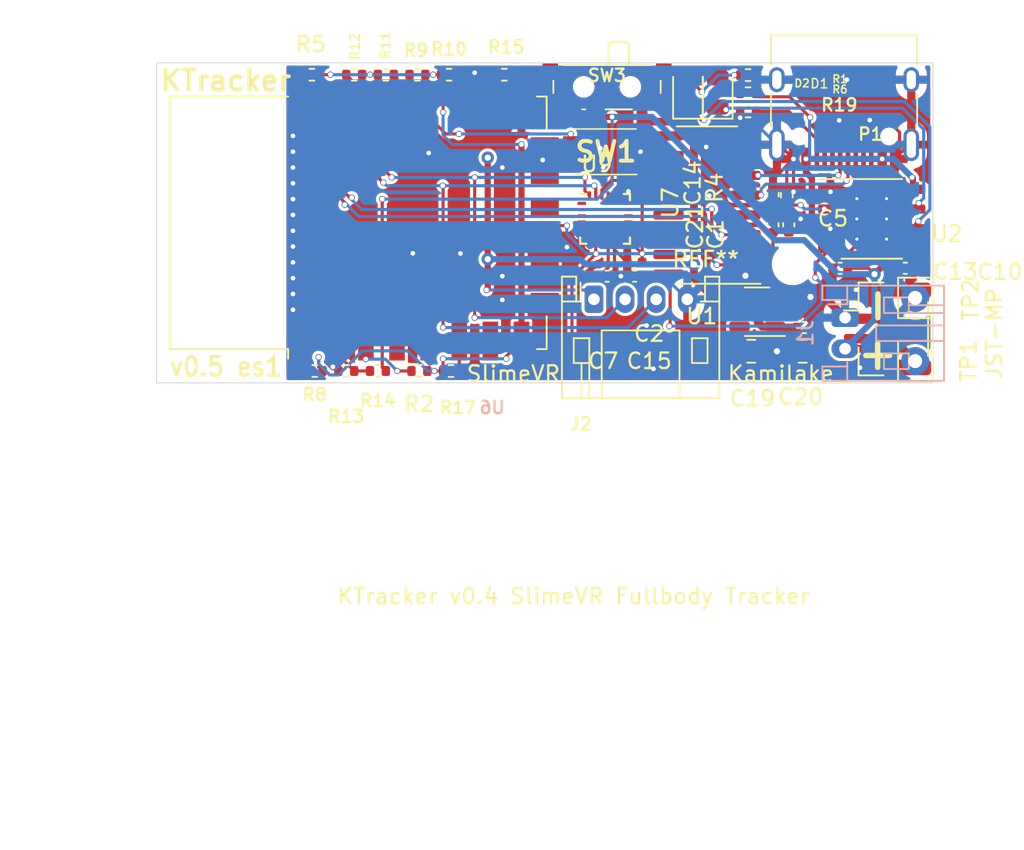
<source format=kicad_pcb>
(kicad_pcb (version 20211014) (generator pcbnew)
  (layers (0 "F.Cu" signal) (31 "B.Cu" signal) (34 "B.Paste" user) (35 "F.Paste" user) (36 "B.SilkS" user "B.Silkscreen") (37 "F.SilkS" user "F.Silkscreen") (38 "B.Mask" user) (39 "F.Mask" user) (44 "Edge.Cuts" user))
  (net 0 "")
  (net 1 "GND")
  (net 2 "Net-(D1-Pad1)")
  (net 3 "Net-(D1-Pad2)")
  (net 4 "Net-(D2-Pad1)")
  (net 5 "Net-(R2-Pad2)")
  (net 6 "Net-(D2-Pad2)")
  (net 7 "Net-(R4-Pad1)")
  (net 13 "+3V3")
  (net 14 "Net-(R8-Pad2)")
  (net 16 "BATT+")
  (net 17 "Net-(R9-Pad2)")
  (net 18 "Net-(R10-Pad2)")
  (net 19 "Net-(R15-Pad1)")
  (net 20 "Net-(C7-Pad1)")
  (net 21 "UART_ESP+")
  (net 22 "UART_ESP-")
  (net 23 "Net-(R17-Pad2)")
  (net 33 "SDA")
  (net 34 "SCL")
  (net 35 "ADC")
  (net 36 "AUX_SDA")
  (net 37 "AUX_SCL")
  (net 38 "VBUS")
  (net 39 "Net-(P1-PadA5)")
  (net 40 "Net-(P1-PadA7)")
  (net 42 "Net-(P1-PadA6)")
  (net 47 "Net-(C14-Pad1)")
  (net 48 "VBAT")
  (footprint "LED_SMD:LED_0805_2012Metric" (layer "F.Cu") (at 124.333 57.658 90)
    (fp_text reference "D2")
    (fp_text value "LED_STDBY")
  )
  (footprint "Button_Switch_SMD:SW_SPDT_PCM12" (layer "F.Cu") (at 119.126 57.625 180)
    (fp_text reference "SW3")
    (fp_text value "SW_SPDT MAIN POWER")
  )
  (footprint "LED_SMD:LED_0805_2012Metric" (layer "F.Cu") (at 126.238 57.658 90)
    (fp_text reference "D1")
    (fp_text value "LED_CHRG")
  )
  (footprint "Resistor_SMD:R_0402_1005Metric" (layer "F.Cu") (at 128.1938 56.5404 180)
    (fp_text reference "R1")
    (fp_text value "470R")
  )
  (footprint "Resistor_SMD:R_0402_1005Metric" (layer "F.Cu") (at 128.1918 57.7088 180)
    (fp_text reference "R6")
    (fp_text value "470R")
  )
  (footprint "Resistor_SMD:R_0402_1005Metric" (layer "F.Cu") (at 100.33 75.565 180)
    (fp_text reference "R8")
    (fp_text value "10K")
  )
  (footprint "Resistor_SMD:R_0402_1005Metric" (layer "F.Cu") (at 106.934 56.515 180)
    (fp_text reference "R9")
    (fp_text value "10K")
  )
  (footprint "Resistor_SMD:R_0402_1005Metric" (layer "F.Cu") (at 108.966 56.515)
    (fp_text reference "R10")
    (fp_text value "10K")
  )
  (footprint "Resistor_SMD:R_0402_1005Metric" (layer "F.Cu") (at 104.394 75.565 180)
    (fp_text reference "R13")
    (fp_text value "47K")
  )
  (footprint "Resistor_SMD:R_0402_1005Metric" (layer "F.Cu") (at 102.362 75.565)
    (fp_text reference "R14")
    (fp_text value "12K")
  )
  (footprint "Resistor_SMD:R_0402_1005Metric" (layer "F.Cu") (at 112.522 56.515)
    (fp_text reference "R15")
    (fp_text value "10k")
  )
  (footprint "Resistor_SMD:R_0402_1005Metric" (layer "F.Cu") (at 109.093 75.565)
    (fp_text reference "R17")
    (fp_text value "10K")
  )
  (footprint "Package_SO:SOIC-16_3.9x9.9mm_P1.27mm" (layer "F.Cu") (at 125.5522 64.897 180)
    (fp_text reference "U7")
    (fp_text value "CH340C")
  )
  (footprint "Connector_JST:JST_PH_S4B-PH-K_1x04_P2.00mm_Horizontal" (layer "F.Cu") (at 118.285 70.956)
    (fp_text reference "J2")
    (fp_text value "Conn_01x04_Female")
  )
  (footprint "Connector_USB:USB_C_Receptacle_HRO_TYPE-C-31-M-12" (layer "F.Cu") (at 134.366 57.8866 180)
    (fp_text reference "P1")
    (fp_text value "USB_C_Plug_USB2.0")
  )
  (footprint "Resistor_SMD:R_0402_1005Metric" (layer "F.Cu") (at 128.1938 58.8772 180)
    (fp_text reference "R19")
    (fp_text value "5.1K")
  )
  (footprint "Resistor_SMD:R_0402_1005Metric" (layer "F.Cu") (at 102.87 56.515 180)
    (fp_text reference "R12")
    (fp_text value "2.2K")
  )
  (footprint "Package_SO:HSOP-8-1EP_3.9x4.9mm_P1.27mm_EP2.41x3.1mm_ThermalVias" (layer "F.Cu") (at 136.144 65.786)
    (fp_text reference "U2")
    (fp_text value "TP4056")
  )
  (footprint "Resistor_SMD:R_0402_1005Metric" (layer "F.Cu") (at 100.1502 56.515 180)
    (fp_text reference "R5")
    (fp_text value "10K")
  )
  (footprint "RF_Module:ESP-12E" (layer "F.Cu") (at 103.124 66.04 90)
    (fp_text reference "U6")
    (fp_text value "ESP-12F")
  )
  (footprint "Resistor_SMD:R_0402_1005Metric" (layer "F.Cu") (at 104.902 56.515)
    (fp_text reference "R11")
    (fp_text value "2.2K")
  )
  (footprint "Capacitor_SMD:C_0805_2012Metric" (layer "F.Cu") (at 128.397 74.295)
    (fp_text reference "C19")
    (fp_text value "47uF")
  )
  (footprint "Capacitor_SMD:C_0805_2012Metric" (layer "F.Cu") (at 131.699 74.295 180)
    (fp_text reference "C20")
    (fp_text value "47uF")
  )
  (footprint "Capacitor_SMD:C_0402_1005Metric" (layer "F.Cu") (at 129.794 66.167 90)
    (fp_text reference "C21")
    (fp_text value "0.1uF")
  )
  (footprint "Capacitor_SMD:C_0402_1005Metric" (layer "F.Cu") (at 130.81 66.167 90)
    (fp_text reference "C1")
    (fp_text value "10uF")
  )
  (footprint "Capacitor_SMD:C_0402_1005Metric" (layer "F.Cu") (at 120.904 68.58)
    (fp_text reference "C2")
    (fp_text value "0.1uF")
  )
  (footprint "MountingHole:MountingHole_2.2mm_M2_DIN965" (layer "F.Cu") (at 131.064 68.707)
    (fp_text reference "REF**")
    (fp_text value "MountingHole_2.2mm_M2_DIN965")
  )
  (footprint "Capacitor_SMD:C_0402_1005Metric" (layer "F.Cu") (at 134.112 68.961 180)
    (fp_text reference "C13")
    (fp_text value "10uF")
  )
  (footprint "Capacitor_SMD:C_0402_1005Metric" (layer "F.Cu") (at 119.126 69.469)
    (fp_text reference "C7")
    (fp_text value "0.1uF")
  )
  (footprint "Package_TO_SOT_SMD:SOT-23-5" (layer "F.Cu") (at 128.778 71.755 180)
    (fp_text reference "U1")
    (fp_text value "ME6211C")
  )
  (footprint "Sensor_Motion:InvenSense_QFN-24_3x3mm_P0.4mm" (layer "F.Cu") (at 118.999 65.786)
    (fp_text reference "U9")
    (fp_text value "MPU-9250")
  )
  (footprint "Connector_JST:JST_GH_BM02B-GHS-TBT_1x02-1MP_P1.25mm_Vertical" (layer "F.Cu") (at 137.157 72.8614 -90)
    (fp_text reference "JST-MP")
    (fp_text value "JST_GH_BM02B-GHS-TBT_1x02-1MP_P1.25mm_Vertical")
  )
  (footprint "Capacitor_SMD:C_0402_1005Metric" (layer "F.Cu") (at 120.904 69.469)
    (fp_text reference "C15")
    (fp_text value "0.1uF")
  )
  (footprint "Resistor_SMD:R_0402_1005Metric" (layer "F.Cu") (at 130.683 64.262 90)
    (fp_text reference "R4")
    (fp_text value "2.4K")
  )
  (footprint "Resistor_SMD:R_0402_1005Metric" (layer "F.Cu") (at 107.061 75.565 180)
    (fp_text reference "R2")
    (fp_text value "10K")
  )
  (footprint "Capacitor_SMD:C_0402_1005Metric" (layer "F.Cu") (at 129.794 64.234 90)
    (fp_text reference "C14")
    (fp_text value "0.1uF")
  )
  (footprint "Capacitor_SMD:C_0402_1005Metric" (layer "F.Cu") (at 138.303 68.961)
    (fp_text reference "C10")
    (fp_text value "10uF")
  )
  (footprint "Capacitor_SMD:C_0402_1005Metric" (layer "F.Cu") (at 131.81 72.77)
    (fp_text reference "C5")
    (fp_text value "10uF")
  )
  (footprint "Connector_Pin:Pin_D0.9mm_L10.0mm_W2.4mm_FlatFork" (layer "F.Cu") (at 138.938 70.866 -90)
    (fp_text reference "TP2")
    (fp_text value "Batt-")
  )
  (footprint "Connector_Pin:Pin_D0.9mm_L10.0mm_W2.4mm_FlatFork" (layer "F.Cu") (at 138.938 74.93 -90)
    (fp_text reference "TP1")
    (fp_text value "Batt+")
  )
  (footprint "mod_legacy:TS-1088R" (layer "F.Cu") (at 119.0498 61.468)
    (fp_text reference "SW1")
    (fp_text value "Option/FLASH Switch" hide)
  )
  (footprint "Connector_JST:JST_PH_S2B-PH-K_1x02_P2.00mm_Horizontal" (layer "B.Cu") (at 134.4306 72.136 -90)
    (fp_text reference "J1")
    (fp_text value "Conn_01x02_Female")
  )
  (gr_line (start 90.17 55.753) (end 140.081 55.753) (layer "Edge.Cuts") (width 0.05))
  (gr_line (start 140.081 55.753) (end 140.081 76.327) (layer "Edge.Cuts") (width 0.05))
  (gr_line (start 140.081 76.327) (end 90.17 76.327) (layer "Edge.Cuts") (width 0.05))
  (gr_line (start 90.17 76.327) (end 90.17 55.753) (layer "Edge.Cuts") (width 0.05))
  (gr_text "KTracker v0.4 SlimeVR Fullbody Tracker" (at 116.967 90.043) (layer "F.SilkS") (effects (font (size 1 1))))
  (gr_text "v0.5 es1" (at 94.615 75.2856) (layer "F.SilkS") (effects (font (size 1.2 1.1) (thickness 0.2))))
  (gr_text "-" (at 136.398 71.374 90) (layer "F.SilkS") (effects (font (size 2 2) (thickness 0.35))))
  (gr_text "Kamilake_" (at 130.683 75.7428) (layer "F.SilkS") (effects (font (size 1 1))))
  (gr_text "SlimeVR" (at 113.1062 75.7428) (layer "F.SilkS") (effects (font (size 1 1))))
  (gr_text "KTracker" (at 94.615 56.896) (layer "F.SilkS") (effects (font (size 1.3 1.3) (thickness 0.25))))
  (gr_text "+" (at 136.525 74.422) (layer "F.SilkS") (effects (font (size 2 2) (thickness 0.35))))
  (segment (start 127.6838 58.8772) (end 127.6838 59.2816) (width 0.5) (layer "F.Cu") (net 1))
  (segment (start 138.938 70.866) (end 137.668 72.136) (width 0.5) (layer "F.Cu") (net 1))
  (segment (start 101.501784 75.289502) (end 101.576502 75.289502) (width 0.2) (layer "F.Cu") (net 1))
  (segment (start 132.207 70.805) (end 133.0996 70.805) (width 0.5) (layer "F.Cu") (net 1))
  (segment (start 130.201 61.0166) (end 131.116 61.9316) (width 0.2) (layer "F.Cu") (net 1))
  (segment (start 113.624 58.44) (end 113.624 57.107) (width 0.2) (layer "F.Cu") (net 1))
  (segment (start 120.424 68.58) (end 120.424 69.469) (width 0.5) (layer "F.Cu") (net 1))
  (segment (start 137.59448 61.95312) (end 137.59448 64.33552) (width 0.4) (layer "F.Cu") (net 1))
  (segment (start 131.116 61.9316) (end 129.794 63.2536) (width 0.2) (layer "F.Cu") (net 1))
  (segment (start 112.395 69.469) (end 112.395 71.882) (width 0.4) (layer "F.Cu") (net 1))
  (segment (start 137.930521 60.207203) (end 137.159318 59.436) (width 0.2) (layer "F.Cu") (net 1))
  (segment (start 129.9155 71.755) (end 131.257 71.755) (width 0.5) (layer "F.Cu") (net 1))
  (segment (start 130.683 63.752) (end 130.683 62.3646) (width 0.2) (layer "F.Cu") (net 1))
  (segment (start 134.7533 64.0503) (end 135.189 64.486) (width 0.2) (layer "F.Cu") (net 1))
  (segment (start 130.683 63.752) (end 129.796 63.752) (width 0.2) (layer "F.Cu") (net 1))
  (segment (start 131.572 65.786) (end 129.893 65.786) (width 0.2) (layer "F.Cu") (net 1))
  (segment (start 137.616 61.9316) (end 137.930521 61.617079) (width 0.2) (layer "F.Cu") (net 1))
  (segment (start 119.004225 66.71148) (end 119.393775 66.71148) (width 0.2) (layer "F.Cu") (net 1))
  (segment (start 130.046 56.8366) (end 134.5524 56.8366) (width 0.2) (layer "F.Cu") (net 1))
  (segment (start 134.5524 56.8366) (end 138.686 56.8366) (width 0.2) (layer "F.Cu") (net 1))
  (segment (start 133.0996 70.805) (end 134.4306 72.136) (width 0.5) (layer "F.Cu") (net 1))
  (segment (start 131.451 71.561) (end 132.207 70.805) (width 0.5) (layer "F.Cu") (net 1))
  (segment (start 118.799 66.916705) (end 119.004225 66.71148) (width 0.2) (layer "F.Cu") (net 1))
  (segment (start 119.599 67.286) (end 119.599 67.755) (width 0.2) (layer "F.Cu") (net 1))
  (segment (start 120.499 64.786) (end 120.499 64.016705) (width 0.2) (layer "F.Cu") (net 1))
  (segment (start 132.29 72.4) (end 131.451 71.561) (width 0.4) (layer "F.Cu") (net 1))
  (segment (start 119.599 67.755) (end 120.424 68.58) (width 0.2) (layer "F.Cu") (net 1))
  (segment (start 138.783 70.711) (end 138.938 70.866) (width 0.2) (layer "F.Cu") (net 1))
  (segment (start 112.395 62.485) (end 112.395 69.469) (width 0.4) (layer "F.Cu") (net 1))
  (segment (start 127.6838 59.2816) (end 127.6858 59.2836) (width 0.5) (layer "F.Cu") (net 1))
  (segment (start 131.062 63.9975) (end 131.1148 64.0503) (width 0.2) (layer "F.Cu") (net 1))
  (segment (start 118.799 67.286) (end 118.799 66.916705) (width 0.2) (layer "F.Cu") (net 1))
  (segment (start 131.257 71.755) (end 131.451 71.561) (width 0.5) (layer "F.Cu") (net 1))
  (segment (start 138.531 61.0166) (end 137.616 61.9316) (width 0.2) (layer "F.Cu") (net 1))
  (segment (start 130.046 61.0166) (end 130.201 61.0166) (width 0.2) (layer "F.Cu") (net 1))
  (segment (start 125.7 64.29) (end 125.7 61.3618) (width 0.2) (layer "F.Cu") (net 1))
  (segment (start 132.29 72.77) (end 132.29 72.882996) (width 0.4) (layer "F.Cu") (net 1))
  (segment (start 131.1148 64.0503) (end 131.116 64.0491) (width 0.2) (layer "F.Cu") (net 1))
  (segment (start 119.606 69.469) (end 120.015 69.469) (width 0.5) (layer "F.Cu") (net 1))
  (segment (start 137.616 61.9316) (end 137.59448 61.95312) (width 0.4) (layer "F.Cu") (net 1))
  (segment (start 119.393775 66.71148) (end 119.599 66.916705) (width 0.2) (layer "F.Cu") (net 1))
  (segment (start 130.048 74.295) (end 130.749 74.295) (width 0.5) (layer "F.Cu") (net 1))
  (segment (start 119.599 66.916705) (end 119.599 67.286) (width 0.2) (layer "F.Cu") (net 1))
  (segment (start 120.015 69.469) (end 120.424 69.469) (width 0.5) (layer "F.Cu") (net 1))
  (segment (start 113.624 58.44) (end 113.624 59.19) (width 0.4) (layer "F.Cu") (net 1))
  (segment (start 137.159318 59.436) (end 136.017 59.436) (width 0.2) (layer "F.Cu") (net 1))
  (segment (start 129.347 74.295) (end 130.048 74.295) (width 0.5) (layer "F.Cu") (net 1))
  (segment (start 119.892 61.468) (end 121.2748 61.468) (width 0.2) (layer "F.Cu") (net 1))
  (segment (start 133.494 66.421) (end 133.477 66.421) (width 0.2) (layer "F.Cu") (net 1))
  (segment (start 113.624 59.19) (end 112.395 60.419) (width 0.4) (layer "F.Cu") (net 1))
  (segment (start 130.683 62.3646) (end 131.116 61.9316) (width 0.2) (layer "F.Cu") (net 1))
  (segment (start 112.395 60.419) (end 112.395 62.485) (width 0.4) (layer "F.Cu") (net 1))
  (segment (start 129.794 65.687) (end 130.81 65.687) (width 0.2) (layer "F.Cu") (net 1))
  (segment (start 101.576502 75.289502) (end 101.852 75.565) (width 0.2) (layer "F.Cu") (net 1))
  (segment (start 120.499 64.016705) (end 120.193775 63.71148) (width 0.2) (layer "F.Cu") (net 1))
  (segment (start 125.7 61.3618) (end 125.5014 61.1632) (width 0.2) (layer "F.Cu") (net 1))
  (segment (start 113.624 57.107) (end 113.032 56.515) (width 0.2) (layer "F.Cu") (net 1))
  (segment (start 120.193775 63.71148) (end 119.80352 63.71148) (width 0.2) (layer "F.Cu") (net 1))
  (segment (start 119.599 63.916) (end 119.599 64.286) (width 0.2) (layer "F.Cu") (net 1))
  (segment (start 137.668 72.136) (end 134.4306 72.136) (width 0.5) (layer "F.Cu") (net 1))
  (segment (start 129.796 63.752) (end 129.794 63.754) (width 0.2) (layer "F.Cu") (net 1))
  (segment (start 135.189 67.432425) (end 133.660425 68.961) (width 0.2) (layer "F.Cu") (net 1))
  (segment (start 129.794 63.2536) (end 129.794 63.754) (width 0.2) (layer "F.Cu") (net 1))
  (segment (start 133.494 64.0503) (end 134.7533 64.0503) (width 0.2) (layer "F.Cu") (net 1))
  (segment (start 137.930521 61.617079) (end 137.930521 60.207203) (width 0.2) (layer "F.Cu") (net 1))
  (segment (start 131.116 64.0491) (end 131.116 61.9316) (width 0.2) (layer "F.Cu") (net 1))
  (segment (start 129.893 65.786) (end 129.794 65.687) (width 0.2) (layer "F.Cu") (net 1))
  (segment (start 133.632 68.961) (end 133.632 69.38) (width 0.2) (layer "F.Cu") (net 1))
  (segment (start 130.877996 74.295) (end 130.749 74.295) (width 0.4) (layer "F.Cu") (net 1))
  (segment (start 119.606 69.469) (end 119.606 67.662295) (width 0.2) (layer "F.Cu") (net 1))
  (segment (start 138.686 61.0166) (end 138.531 61.0166) (width 0.2) (layer "F.Cu") (net 1))
  (segment (start 133.632 69.38) (end 132.207 70.805) (width 0.2) (layer "F.Cu") (net 1))
  (segment (start 133.660425 68.961) (end 133.632 68.961) (width 0.2) (layer "F.Cu") (net 1))
  (segment (start 119.80352 63.71148) (end 119.599 63.916) (width 0.2) (layer "F.Cu") (net 1))
  (segment (start 137.59448 64.33552) (end 136.144 65.786) (width 0.4) (layer "F.Cu") (net 1))
  (segment (start 135.189 67.086) (end 135.189 67.432425) (width 0.2) (layer "F.Cu") (net 1))
  (segment (start 132.29 72.77) (end 132.29 72.4) (width 0.4) (layer "F.Cu") (net 1))
  (segment (start 138.686 56.8366) (end 138.686 61.0166) (width 0.2) (layer "F.Cu") (net 1))
  (segment (start 138.783 68.961) (end 138.783 70.711) (width 0.2) (layer "F.Cu") (net 1))
  (segment (start 132.29 72.882996) (end 130.877996 74.295) (width 0.4) (layer "F.Cu") (net 1))
  (segment (start 118.88 62.48) (end 119.892 61.468) (width 0.2) (layer "F.Cu") (net 1))
  (via (at 98.933 67.564) (size 0.4) (drill 0.3) (layers "F.Cu" "B.Cu") (net 1))
  (via (at 130.048 74.295) (size 0.8) (drill 0.4) (layers "F.Cu" "B.Cu") (net 1))
  (via (at 98.933 64.516) (size 0.4) (drill 0.3) (layers "F.Cu" "B.Cu") (net 1))
  (via (at 98.933 68.58) (size 0.4) (drill 0.3) (layers "F.Cu" "B.Cu") (net 1))
  (via (at 98.933 63.5) (size 0.4) (drill 0.3) (layers "F.Cu" "B.Cu") (net 1))
  (via (at 131.572 65.786) (size 0.4) (drill 0.3) (layers "F.Cu" "B.Cu") (net 1))
  (via (at 125.5014 61.1632) (size 0.4) (drill 0.3) (layers "F.Cu" "B.Cu") (net 1))
  (via (at 136.017 59.436) (size 0.4) (drill 0.3) (layers "F.Cu" "B.Cu") (net 1))
  (via (at 98.933 70.612) (size 0.4) (drill 0.3) (layers "F.Cu" "B.Cu") (net 1))
  (via (at 118.7 61.25) (size 0.4) (drill 0.3) (layers "F.Cu" "B.Cu") (net 1))
  (via (at 112.395 70.993) (size 0.4) (drill 0.3) (layers "F.Cu" "B.Cu") (net 1))
  (via (at 133.494 64.0503) (size 0.4) (drill 0.3) (layers "F.Cu" "B.Cu") (net 1))
  (via (at 98.933 62.484) (size 0.4) (drill 0.3) (layers "F.Cu" "B.Cu") (net 1))
  (via (at 131.116 61.9316) (size 0.4) (drill 0.3) (layers "F.Cu" "B.Cu") (net 1))
  (via (at 114.99 62) (size 0.4) (drill 0.3) (layers "F.Cu" "B.Cu") (net 1))
  (via (at 133.477 66.421) (size 0.4) (drill 0.3) (layers "F.Cu" "B.Cu") (net 1))
  (via (at 109.7 68.01) (size 0.4) (drill 0.3) (layers "F.Cu" "B.Cu") (net 1))
  (via (at 98.933 71.628) (size 0.4) (drill 0.3) (layers "F.Cu" "B.Cu") (net 1))
  (via (at 120.015 69.469) (size 0.4) (drill 0.3) (layers "F.Cu" "B.Cu") (net 1))
  (via (at 98.933 64.516) (size 0.4) (drill 0.3) (layers "F.Cu" "B.Cu") (net 1))
  (via (at 98.933 65.532) (size 0.4) (drill 0.3) (layers "F.Cu" "B.Cu") (net 1))
  (via (at 101.501784 75.289502) (size 0.4) (drill 0.3) (layers "F.Cu" "B.Cu") (net 1))
  (via (at 128.0272 69.4395) (size 0.8) (drill 0.4) (layers "F.Cu" "B.Cu") (net 1))
  (via (at 122.11 75.43) (size 0.4) (drill 0.3) (layers "F.Cu" "B.Cu") (net 1))
  (via (at 112.395 62.485) (size 0.4) (drill 0.3) (layers "F.Cu" "B.Cu") (net 1))
  (via (at 127.6858 59.2836) (size 0.4) (drill 0.3) (layers "F.Cu" "B.Cu") (net 1))
  (via (at 131.1148 64.0503) (size 0.4) (drill 0.3) (layers "F.Cu" "B.Cu") (net 1))
  (via (at 120.499 64.016705) (size 0.4) (drill 0.3) (layers "F.Cu" "B.Cu") (net 1))
  (via (at 132.207 70.805) (size 0.8) (drill 0.4) (layers "F.Cu" "B.Cu") (net 1))
  (via (at 112.395 69.469) (size 0.4) (drill 0.3) (layers "F.Cu" "B.Cu") (net 1))
  (via (at 98.933 61.468) (size 0.4) (drill 0.3) (layers "F.Cu" "B.Cu") (net 1))
  (via (at 121.67 72.64) (size 0.4) (drill 0.3) (layers "F.Cu" "B.Cu") (net 1))
  (via (at 118.88 62.48) (size 0.4) (drill 0.3) (layers "F.Cu" "B.Cu") (net 1))
  (via (at 98.933 66.548) (size 0.4) (drill 0.3) (layers "F.Cu" "B.Cu") (net 1))
  (via (at 135.13 70.34) (size 0.4) (drill 0.3) (layers "F.Cu" "B.Cu") (net 1))
  (via (at 107.66 61.55) (size 0.4) (drill 0.3) (layers "F.Cu" "B.Cu") (net 1))
  (via (at 98.933 60.452) (size 0.4) (drill 0.3) (layers "F.Cu" "B.Cu") (net 1))
  (via (at 98.933 69.596) (size 0.4) (drill 0.3) (layers "F.Cu" "B.Cu") (net 1))
  (via (at 135.39 75.35) (size 0.4) (drill 0.3) (layers "F.Cu" "B.Cu") (net 1))
  (via (at 134.05 59.45) (size 0.4) (drill 0.3) (layers "F.Cu" "B.Cu") (net 1))
  (via (at 116.55 67.6) (size 0.4) (drill 0.3) (layers "F.Cu" "B.Cu") (net 1))
  (via (at 134.5524 56.8366) (size 0.4) (drill 0.3) (layers "F.Cu" "B.Cu") (net 1))
  (via (at 125.7 64.29) (size 0.4) (drill 0.3) (layers "F.Cu" "B.Cu") (net 1))
  (via (at 110.617 56.388) (size 0.4) (drill 0.3) (layers "F.Cu" "B.Cu") (net 1))
  (via (at 121.2748 61.468) (size 0.4) (drill 0.3) (layers "F.Cu" "B.Cu") (net 1))
  (via (at 106.64 68) (size 0.4) (drill 0.3) (layers "F.Cu" "B.Cu") (net 1))
  (segment (start 120.015 69.469) (end 112.395 69.469) (width 0.2) (layer "B.Cu") (net 1))
  (segment (start 132.207 66.421) (end 131.572 65.786) (width 0.2) (layer "B.Cu") (net 1))
  (segment (start 131.01 64.1551) (end 131.1148 64.0503) (width 0.2) (layer "B.Cu") (net 1))
  (segment (start 103.759 70.993) (end 101.501784 73.250216) (width 0.2) (layer "B.Cu") (net 1))
  (segment (start 121.2748 61.468) (end 122.878 61.468) (width 0.2) (layer "B.Cu") (net 1))
  (segment (start 131.01 65.224) (end 131.01 64.1551) (width 0.2) (layer "B.Cu") (net 1))
  (segment (start 128.1295 69.4395) (end 128.0272 69.4395) (width 0.5) (layer "B.Cu") (net 1))
  (segment (start 132.207 70.805) (end 129.495 70.805) (width 0.5) (layer "B.Cu") (net 1))
  (segment (start 125.5014 61.1632) (end 125.8062 61.1632) (width 0.2) (layer "B.Cu") (net 1))
  (segment (start 103.759 70.993) (end 112.395 70.993) (width 0.2) (layer "B.Cu") (net 1))
  (segment (start 131.1148 64.0503) (end 133.494 64.0503) (width 0.2) (layer "B.Cu") (net 1))
  (segment (start 125.8062 61.1632) (end 127.6858 59.2836) (width 0.2) (layer "B.Cu") (net 1))
  (segment (start 112.395 62.485) (end 112.4 62.48) (width 0.2) (layer "B.Cu") (net 1))
  (segment (start 128.313 59.2836) (end 127.6858 59.2836) (width 0.2) (layer "B.Cu") (net 1))
  (segment (start 101.501784 73.250216) (end 101.501784 75.289502) (width 0.2) (layer "B.Cu") (net 1))
  (segment (start 120.015 69.469) (end 122.798 69.469) (width 0.2) (layer "B.Cu") (net 1))
  (segment (start 131.572 65.786) (end 131.01 65.224) (width 0.2) (layer "B.Cu") (net 1))
  (segment (start 133.477 66.421) (end 132.207 66.421) (width 0.2) (layer "B.Cu") (net 1))
  (segment (start 130.046 61.0166) (end 128.313 59.2836) (width 0.2) (layer "B.Cu") (net 1))
  (segment (start 129.495 70.805) (end 128.1295 69.4395) (width 0.5) (layer "B.Cu") (net 1))
  (segment (start 121.2748 63.240905) (end 121.2748 61.468) (width 0.2) (layer "B.Cu") (net 1))
  (segment (start 128.0272 69.4395) (end 125.8015 69.4395) (width 0.5) (layer "B.Cu") (net 1))
  (segment (start 112.4 62.48) (end 118.88 62.48) (width 0.2) (layer "B.Cu") (net 1))
  (segment (start 125.8015 69.4395) (end 124.285 70.956) (width 0.5) (layer "B.Cu") (net 1))
  (segment (start 120.499 64.016705) (end 121.2748 63.240905) (width 0.2) (layer "B.Cu") (net 1))
  (segment (start 122.798 69.469) (end 124.285 70.956) (width 0.2) (layer "B.Cu") (net 1))
  (segment (start 122.878 61.468) (end 125.7 64.29) (width 0.2) (layer "B.Cu") (net 1))
  (segment (start 126.5998 58.5955) (end 126.7714 58.7671) (width 0.2) (layer "F.Cu") (net 2))
  (segment (start 126.3673 58.801) (end 126.1618 58.5955) (width 0.2) (layer "F.Cu") (net 2))
  (segment (start 138.794 65.1426) (end 139.1666 64.77) (width 0.2) (layer "F.Cu") (net 2))
  (segment (start 126.1618 58.5955) (end 126.5998 58.5955) (width 0.2) (layer "F.Cu") (net 2))
  (via (at 126.7714 58.7671) (size 0.4) (drill 0.3) (layers "F.Cu" "B.Cu") (net 2))
  (via (at 139.1666 64.77) (size 0.4) (drill 0.3) (layers "F.Cu" "B.Cu") (net 2))
  (segment (start 126.77828 58.66712) (end 138.118812 58.66712) (width 0.2) (layer "B.Cu") (net 2))
  (segment (start 126.7714 58.674) (end 126.77828 58.66712) (width 0.2) (layer "B.Cu") (net 2))
  (segment (start 139.48552 60.033828) (end 139.48552 64.45108) (width 0.2) (layer "B.Cu") (net 2))
  (segment (start 139.48552 64.45108) (end 139.1666 64.77) (width 0.2) (layer "B.Cu") (net 2))
  (segment (start 126.7714 58.7671) (end 126.7714 58.674) (width 0.2) (layer "B.Cu") (net 2))
  (segment (start 138.118812 58.66712) (end 139.48552 60.033828) (width 0.2) (layer "B.Cu") (net 2))
  (segment (start 127.6818 57.7088) (end 127.1501 57.7088) (width 0.2) (layer "F.Cu") (net 3))
  (segment (start 127.1501 57.7088) (end 126.1618 56.7205) (width 0.2) (layer "F.Cu") (net 3))
  (segment (start 126.1618 56.7205) (end 126.6935 56.7205) (width 0.2) (layer "F.Cu") (net 3))
  (segment (start 125.1675 59.43) (end 124.333 58.5955) (width 0.2) (layer "F.Cu") (net 4))
  (segment (start 125.37 59.43) (end 125.1675 59.43) (width 0.2) (layer "F.Cu") (net 4))
  (segment (start 138.794 66.2856) (end 139.1412 65.9384) (width 0.2) (layer "F.Cu") (net 4))
  (via (at 139.1412 65.9384) (size 0.4) (drill 0.3) (layers "F.Cu" "B.Cu") (net 4))
  (via (at 125.37 59.43) (size 0.4) (drill 0.3) (layers "F.Cu" "B.Cu") (net 4))
  (segment (start 126.56 58.24) (end 125.37 59.43) (width 0.2) (layer "B.Cu") (net 4))
  (segment (start 138.269098 58.2676) (end 138.241498 58.24) (width 0.2) (layer "B.Cu") (net 4))
  (segment (start 139.1412 65.9384) (end 139.88504 65.19456) (width 0.2) (layer "B.Cu") (net 4))
  (segment (start 138.276698 58.26) (end 138.269098 58.2676) (width 0.2) (layer "B.Cu") (net 4))
  (segment (start 139.88504 59.868342) (end 138.276698 58.26) (width 0.2) (layer "B.Cu") (net 4))
  (segment (start 139.88504 65.19456) (end 139.88504 59.868342) (width 0.2) (layer "B.Cu") (net 4))
  (segment (start 138.241498 58.24) (end 126.56 58.24) (width 0.2) (layer "B.Cu") (net 4))
  (segment (start 103.624 74.7856) (end 103.6066 74.803) (width 0.2) (layer "F.Cu") (net 5))
  (segment (start 103.624 73.64) (end 103.624 74.7856) (width 0.2) (layer "F.Cu") (net 5))
  (segment (start 106.551 75.565) (end 105.6386 75.565) (width 0.2) (layer "F.Cu") (net 5))
  (via (at 105.6386 75.565) (size 0.4) (drill 0.3) (layers "F.Cu" "B.Cu") (net 5))
  (via (at 103.6066 74.803) (size 0.4) (drill 0.3) (layers "F.Cu" "B.Cu") (net 5))
  (segment (start 103.6066 74.803) (end 104.8766 74.803) (width 0.2) (layer "B.Cu") (net 5))
  (segment (start 104.8766 74.803) (end 105.6386 75.565) (width 0.2) (layer "B.Cu") (net 5))
  (segment (start 125.22 57.62) (end 125.22 57.6075) (width 0.2) (layer "F.Cu") (net 6))
  (segment (start 127.6838 56.5404) (end 127.3048 56.5404) (width 0.2) (layer "F.Cu") (net 6))
  (segment (start 125.22 57.6075) (end 124.333 56.7205) (width 0.2) (layer "F.Cu") (net 6))
  (via (at 125.22 57.62) (size 0.4) (drill 0.3) (layers "F.Cu" "B.Cu") (net 6))
  (via (at 127.3048 56.5404) (size 0.4) (drill 0.3) (layers "F.Cu" "B.Cu") (net 6))
  (segment (start 126.2996 56.5404) (end 125.22 57.62) (width 0.2) (layer "B.Cu") (net 6))
  (segment (start 127.3048 56.5404) (end 126.2996 56.5404) (width 0.2) (layer "B.Cu") (net 6))
  (segment (start 133.494 65.151) (end 133.096 65.151) (width 0.4) (layer "F.Cu") (net 7))
  (segment (start 131.572 64.897) (end 130.808 64.897) (width 0.2) (layer "F.Cu") (net 7))
  (segment (start 130.808 64.897) (end 130.683 64.772) (width 0.2) (layer "F.Cu") (net 7))
  (via (at 131.572 64.897) (size 0.4) (drill 0.3) (layers "F.Cu" "B.Cu") (net 7))
  (via (at 133.096 65.151) (size 0.4) (drill 0.3) (layers "F.Cu" "B.Cu") (net 7))
  (segment (start 133.096 65.151) (end 131.826 65.151) (width 0.2) (layer "B.Cu") (net 7))
  (segment (start 131.826 65.151) (end 131.572 64.897) (width 0.2) (layer "B.Cu") (net 7))
  (segment (start 127.6405 74.1015) (end 127.447 74.295) (width 0.5) (layer "F.Cu") (net 13))
  (segment (start 118.799 64.286) (end 118.799 63.916705) (width 0.2) (layer "F.Cu") (net 13))
  (segment (start 112.649 74.615) (end 113.624 73.64) (width 0.2) (layer "F.Cu") (net 13))
  (segment (start 101.346 56.515) (end 100.7872 56.515) (width 0.2) (layer "F.Cu") (net 13))
  (segment (start 100.584 75.309) (end 100.84 75.565) (width 0.2) (layer "F.Cu") (net 13))
  (segment (start 119.403745 63.31196) (end 121.22396 63.31196) (width 0.2) (layer "F.Cu") (net 13))
  (segment (start 126.792 73.64) (end 116.87 73.64) (width 0.5) (layer "F.Cu") (net 13))
  (segment (start 108.329 56.388) (end 108.456 56.515) (width 0.2) (layer "F.Cu") (net 13))
  (segment (start 132.207 75.7428) (end 132.649 75.3008) (width 0.5) (layer "F.Cu") (net 13))
  (segment (start 108.0262 75.565) (end 108.583 75.565) (width 0.2) (layer "F.Cu") (net 13))
  (segment (start 129.794 67.915917) (end 128.969917 68.74) (width 0.2) (layer "F.Cu") (net 13))
  (segment (start 127.447 75.25) (end 127.9398 75.7428) (width 0.5) (layer "F.Cu") (net 13))
  (segment (start 121.3866 63.4746) (end 121.3866 68.0212) (width 0.2) (layer "F.Cu") (net 13))
  (segment (start 127.9398 75.7428) (end 132.207 75.7428) (width 0.5) (layer "F.Cu") (net 13))
  (segment (start 121.3866 68.0212) (end 121.3866 68.5774) (width 0.2) (layer "F.Cu") (net 13))
  (segment (start 121.22396 63.31196) (end 121.3866 63.4746) (width 0.2) (layer "F.Cu") (net 13))
  (segment (start 121.3866 68.5774) (end 121.384 68.58) (width 0.2) (layer "F.Cu") (net 13))
  (segment (start 113.624 66.0752) (end 113.624 61.001) (width 0.4) (layer "F.Cu") (net 13))
  (segment (start 116.5352 66.2178) (end 113.7666 66.2178) (width 0.2) (layer "F.Cu") (net 13))
  (segment (start 103.886 56.515) (end 104.392 56.515) (width 0.2) (layer "F.Cu") (net 13))
  (segment (start 129.794 66.647) (end 129.794 67.915917) (width 0.2) (layer "F.Cu") (net 13))
  (segment (start 112.649 74.7776) (end 112.649 74.615) (width 0.2) (layer "F.Cu") (net 13))
  (segment (start 108.583 74.7796) (end 108.585 74.7776) (width 0.2) (layer "F.Cu") (net 13))
  (segment (start 100.7872 56.515) (end 100.6602 56.388) (width 0.2) (layer "F.Cu") (net 13))
  (segment (start 100.584 74.676) (end 100.584 75.309) (width 0.2) (layer "F.Cu") (net 13))
  (segment (start 118.399 67.286) (end 118.399 68.0054) (width 0.2) (layer "F.Cu") (net 13))
  (segment (start 108.585 56.771) (end 108.585 58.928) (width 0.2) (layer "F.Cu") (net 13))
  (segment (start 127.447 74.295) (end 127.447 75.25) (width 0.5) (layer "F.Cu") (net 13))
  (segment (start 113.624 73.64) (end 113.624 66.0752) (width 0.4) (layer "F.Cu") (net 13))
  (segment (start 118.799 63.916705) (end 119.403745 63.31196) (width 0.2) (layer "F.Cu") (net 13))
  (segment (start 107.444 56.515) (end 107.95 56.515) (width 0.2) (layer "F.Cu") (net 13))
  (segment (start 108.456 56.515) (end 107.95 56.515) (width 0.2) (layer "F.Cu") (net 13))
  (segment (start 127.6405 72.705) (end 127.6405 74.1015) (width 0.5) (layer "F.Cu") (net 13))
  (segment (start 107.571 75.565) (end 108.0262 75.565) (width 0.2) (layer "F.Cu") (net 13))
  (segment (start 116.87 69.566) (end 116.87 73.64) (width 0.2) (layer "F.Cu") (net 13))
  (segment (start 127.447 74.295) (end 126.792 73.64) (width 0.5) (layer "F.Cu") (net 13))
  (segment (start 108.456 56.642) (end 108.585 56.771) (width 0.2) (layer "F.Cu") (net 13))
  (segment (start 103.507 56.515) (end 103.886 56.515) (width 0.2) (layer "F.Cu") (net 13))
  (segment (start 116.87 73.64) (end 113.624 73.64) (width 0.5) (layer "F.Cu") (net 13))
  (segment (start 118.4148 68.0212) (end 116.87 69.566) (width 0.2) (layer "F.Cu") (net 13))
  (segment (start 120.499 66.786) (end 120.499 67.1336) (width 0.2) (layer "F.Cu") (net 13))
  (segment (start 132.649 75.3008) (end 132.649 74.295) (width 0.5) (layer "F.Cu") (net 13))
  (segment (start 113.7666 66.2178) (end 113.624 66.0752) (width 0.2) (layer "F.Cu") (net 13))
  (segment (start 120.499 67.1336) (end 121.3866 68.0212) (width 0.2) (layer "F.Cu") (net 13))
  (segment (start 108.583 75.565) (end 108.583 74.7796) (width 0.2) (layer "F.Cu") (net 13))
  (segment (start 128.969917 68.74) (end 126.18 68.74) (width 0.2) (layer "F.Cu") (net 13))
  (via (at 113.624 61.001) (size 0.4) (drill 0.3) (layers "F.Cu" "B.Cu") (net 13))
  (via (at 116.5352 66.2178) (size 0.4) (drill 0.3) (layers "F.Cu" "B.Cu") (net 13))
  (via (at 107.95 56.515) (size 0.4) (drill 0.3) (layers "F.Cu" "B.Cu") (net 13))
  (via (at 108.585 58.928) (size 0.4) (drill 0.3) (layers "F.Cu" "B.Cu") (net 13))
  (via (at 112.649 74.7776) (size 0.4) (drill 0.3) (layers "F.Cu" "B.Cu") (net 13))
  (via (at 108.0262 75.565) (size 0.4) (drill 0.3) (layers "F.Cu" "B.Cu") (net 13))
  (via (at 121.3866 68.0212) (size 0.4) (drill 0.3) (layers "F.Cu" "B.Cu") (net 13))
  (via (at 118.4148 68.0212) (size 0.4) (drill 0.3) (layers "F.Cu" "B.Cu") (net 13))
  (via (at 126.18 68.74) (size 0.4) (drill 0.3) (layers "F.Cu" "B.Cu") (net 13))
  (via (at 108.585 74.7776) (size 0.4) (drill 0.3) (layers "F.Cu" "B.Cu") (net 13))
  (via (at 103.886 56.515) (size 0.4) (drill 0.3) (layers "F.Cu" "B.Cu") (net 13))
  (via (at 101.346 56.515) (size 0.4) (drill 0.3) (layers "F.Cu" "B.Cu") (net 13))
  (via (at 100.584 74.676) (size 0.4) (drill 0.3) (layers "F.Cu" "B.Cu") (net 13))
  (segment (start 106.299 74.2696) (end 107.5944 75.565) (width 0.2) (layer "B.Cu") (net 13))
  (segment (start 108.585 60.4012) (end 109.1848 61.001) (width 0.2) (layer "B.Cu") (net 13))
  (segment (start 125.447489 68.007489) (end 121.400311 68.007489) (width 0.2) (layer "B.Cu") (net 13))
  (segment (start 100.584 74.676) (end 100.584 75.1078) (width 0.2) (layer "B.Cu") (net 13))
  (segment (start 108.585 58.928) (end 108.585 60.4012) (width 0.2) (layer "B.Cu") (net 13))
  (segment (start 101.2952 75.819) (end 101.854 75.819) (width 0.2) (layer "B.Cu") (net 13))
  (segment (start 116.5352 66.7512) (end 117.8052 68.0212) (width 0.2) (layer "B.Cu") (net 13))
  (segment (start 100.584 75.1078) (end 101.2952 75.819) (width 0.2) (layer "B.Cu") (net 13))
  (segment (start 118.4148 68.0212) (end 121.3866 68.0212) (width 0.2) (layer "B.Cu") (net 13))
  (segment (start 108.585 74.7776) (end 112.649 74.7776) (width 0.2) (layer "B.Cu") (net 13))
  (segment (start 103.4034 74.2696) (end 106.299 74.2696) (width 0.2) (layer "B.Cu") (net 13))
  (segment (start 126.18 68.74) (end 125.447489 68.007489) (width 0.2) (layer "B.Cu") (net 13))
  (segment (start 107.95 56.515) (end 101.346 56.515) (width 0.2) (layer "B.Cu") (net 13))
  (segment (start 107.5944 75.565) (end 108.0262 75.565) (width 0.2) (layer "B.Cu") (net 13))
  (segment (start 121.400311 68.007489) (end 121.3866 68.0212) (width 0.2) (layer "B.Cu") (net 13))
  (segment (start 101.854 75.819) (end 103.4034 74.2696) (width 0.2) (layer "B.Cu") (net 13))
  (segment (start 109.1848 61.001) (end 113.624 61.001) (width 0.2) (layer "B.Cu") (net 13))
  (segment (start 117.8052 68.0212) (end 118.4148 68.0212) (width 0.2) (layer "B.Cu") (net 13))
  (segment (start 116.5352 66.2178) (end 116.5352 66.7512) (width 0.2) (layer "B.Cu") (net 13))
  (segment (start 99.566 75.565) (end 99.566 73.698) (width 0.2) (layer "F.Cu") (net 14))
  (segment (start 99.566 73.698) (end 99.624 73.64) (width 0.2) (layer "F.Cu") (net 14))
  (segment (start 138.144 74.136) (end 138.938 74.93) (width 0.5) (layer "F.Cu") (net 16))
  (segment (start 104.904 75.565) (end 104.904 75.5162) (width 0.2) (layer "F.Cu") (net 16))
  (segment (start 104.775 75.436) (end 104.6734 75.3344) (width 0.2) (layer "F.Cu") (net 16))
  (segment (start 135.9408 68.961) (end 136.3218 69.342) (width 0.2) (layer "F.Cu") (net 16))
  (segment (start 104.6734 75.3344) (end 104.6734 64.516) (width 0.2) (layer "F.Cu") (net 16))
  (segment (start 134.4306 74.136) (end 138.144 74.136) (width 0.5) (layer "F.Cu") (net 16))
  (segment (start 118.5538 59.2328) (end 118.376 59.055) (width 0.4) (layer "F.Cu") (net 16))
  (segment (start 119.4562 59.2328) (end 118.5538 59.2328) (width 0.4) (layer "F.Cu") (net 16))
  (segment (start 137.823 68.662) (end 138.794 67.691) (width 0.2) (layer "F.Cu") (net 16))
  (segment (start 137.823 68.961) (end 137.823 68.662) (width 0.2) (layer "F.Cu") (net 16))
  (segment (start 138.794 67.691) (end 137.9728 67.691) (width 0.4) (layer "F.Cu") (net 16))
  (segment (start 137.9728 67.691) (end 136.3218 69.342) (width 0.4) (layer "F.Cu") (net 16))
  (segment (start 104.904 75.565) (end 104.775 75.436) (width 0.2) (layer "F.Cu") (net 16))
  (segment (start 134.592 68.961) (end 135.9408 68.961) (width 0.2) (layer "F.Cu") (net 16))
  (via (at 104.6734 64.516) (size 0.4) (drill 0.3) (layers "F.Cu" "B.Cu") (net 16))
  (via (at 136.3218 69.342) (size 0.8) (drill 0.4) (layers "F.Cu" "B.Cu") (net 16))
  (via (at 119.4562 59.2328) (size 0.4) (drill 0.3) (layers "F.Cu" "B.Cu") (net 16))
  (segment (start 136.3218 69.342) (end 133.985 69.342) (width 0.4) (layer "B.Cu") (net 16))
  (segment (start 118.491 64.516) (end 119.4562 63.5508) (width 0.2) (layer "B.Cu") (net 16))
  (segment (start 122.021842 59.2328) (end 119.4562 59.2328) (width 0.4) (layer "B.Cu") (net 16))
  (segment (start 131.800479 67.157479) (end 129.946521 67.157479) (width 0.4) (layer "B.Cu") (net 16))
  (segment (start 119.4562 63.5508) (end 119.4562 59.2328) (width 0.2) (layer "B.Cu") (net 16))
  (segment (start 136.3218 72.2448) (end 134.4306 74.136) (width 0.4) (layer "B.Cu") (net 16))
  (segment (start 104.6734 64.516) (end 118.491 64.516) (width 0.2) (layer "B.Cu") (net 16))
  (segment (start 129.946521 67.157479) (end 122.021842 59.2328) (width 0.4) (layer "B.Cu") (net 16))
  (segment (start 136.3218 69.342) (end 136.3218 72.2448) (width 0.4) (layer "B.Cu") (net 16))
  (segment (start 133.985 69.342) (end 131.800479 67.157479) (width 0.4) (layer "B.Cu") (net 16))
  (segment (start 107.624 58.44) (end 107.624 59.19) (width 0.2) (layer "F.Cu") (net 17))
  (segment (start 106.424 56.515) (end 106.424 57.24) (width 0.2) (layer "F.Cu") (net 17))
  (segment (start 116.7892 60.325) (end 116.7892 61.4324) (width 0.2) (layer "F.Cu") (net 17))
  (segment (start 116.7892 61.4324) (end 116.8248 61.468) (width 0.2) (layer "F.Cu") (net 17))
  (segment (start 107.624 59.19) (end 108.759 60.325) (width 0.2) (layer "F.Cu") (net 17))
  (segment (start 106.424 57.24) (end 107.624 58.44) (width 0.2) (layer "F.Cu") (net 17))
  (segment (start 108.759 60.325) (end 109.601 60.325) (width 0.2) (layer "F.Cu") (net 17))
  (via (at 109.601 60.325) (size 0.4) (drill 0.3) (layers "F.Cu" "B.Cu") (net 17))
  (via (at 116.7892 60.325) (size 0.4) (drill 0.3) (layers "F.Cu" "B.Cu") (net 17))
  (segment (start 109.601 60.325) (end 116.7892 60.325) (width 0.2) (layer "B.Cu") (net 17))
  (segment (start 109.624 56.79) (end 109.476 56.642) (width 0.2) (layer "F.Cu") (net 18))
  (segment (start 109.624 58.44) (end 109.624 56.79) (width 0.2) (layer "F.Cu") (net 18))
  (segment (start 111.624 56.903) (end 111.624 58.44) (width 0.2) (layer "F.Cu") (net 19))
  (segment (start 112.012 56.515) (end 111.624 56.903) (width 0.2) (layer "F.Cu") (net 19))
  (segment (start 118.6434 69.4664) (end 118.646 69.469) (width 0.2) (layer "F.Cu") (net 20))
  (segment (start 119.199 67.286) (end 119.199 68.916) (width 0.2) (layer "F.Cu") (net 20))
  (segment (start 119.199 68.916) (end 118.646 69.469) (width 0.2) (layer "F.Cu") (net 20))
  (segment (start 99.624 56.4042) (end 99.624 58.44) (width 0.2) (layer "F.Cu") (net 21))
  (segment (start 128.0272 66.802) (end 126.492 66.802) (width 0.2) (layer "F.Cu") (net 21))
  (segment (start 100.399 61.090001) (end 100.399 62.871199) (width 0.2) (layer "F.Cu") (net 21))
  (segment (start 102.25919 64.731389) (end 102.25919 64.87281) (width 0.2) (layer "F.Cu") (net 21))
  (segment (start 99.624 58.44) (end 99.624 60.315001) (width 0.2) (layer "F.Cu") (net 21))
  (segment (start 100.399 62.871199) (end 102.25919 64.731389) (width 0.2) (layer "F.Cu") (net 21))
  (segment (start 99.624 60.315001) (end 100.399 61.090001) (width 0.2) (layer "F.Cu") (net 21))
  (segment (start 99.6402 56.388) (end 99.624 56.4042) (width 0.2) (layer "F.Cu") (net 21))
  (via (at 126.492 66.802) (size 0.4) (drill 0.3) (layers "F.Cu" "B.Cu") (net 21))
  (via (at 102.25919 64.87281) (size 0.4) (drill 0.3) (layers "F.Cu" "B.Cu") (net 21))
  (segment (start 102.25919 64.87281) (end 102.400611 64.87281) (width 0.2) (layer "B.Cu") (net 21))
  (segment (start 125.32 65.63) (end 126.492 66.802) (width 0.2) (layer "B.Cu") (net 21))
  (segment (start 103.157801 65.63) (end 125.32 65.63) (width 0.2) (layer "B.Cu") (net 21))
  (segment (start 102.400611 64.87281) (end 103.157801 65.63) (width 0.2) (layer "B.Cu") (net 21))
  (segment (start 102.577389 64.41319) (end 102.71881 64.41319) (width 0.2) (layer "F.Cu") (net 22))
  (segment (start 126.619 68.072) (end 125.857 67.31) (width 0.2) (layer "F.Cu") (net 22))
  (segment (start 125.857 67.31) (end 125.857 65.151) (width 0.2) (layer "F.Cu") (net 22))
  (segment (start 101.624 60.315001) (end 100.849 61.090001) (width 0.2) (layer "F.Cu") (net 22))
  (segment (start 128.0272 68.072) (end 127.508 68.072) (width 0.2) (layer "F.Cu") (net 22))
  (segment (start 127.508 68.072) (end 126.619 68.072) (width 0.2) (layer "F.Cu") (net 22))
  (segment (start 101.624 58.44) (end 101.624 60.315001) (width 0.2) (layer "F.Cu") (net 22))
  (segment (start 100.849 61.090001) (end 100.849 62.684801) (width 0.2) (layer "F.Cu") (net 22))
  (segment (start 100.849 62.684801) (end 102.577389 64.41319) (width 0.2) (layer "F.Cu") (net 22))
  (via (at 102.71881 64.41319) (size 0.4) (drill 0.3) (layers "F.Cu" "B.Cu") (net 22))
  (via (at 125.857 65.151) (size 0.4) (drill 0.3) (layers "F.Cu" "B.Cu") (net 22))
  (segment (start 125.828 65.18) (end 125.857 65.151) (width 0.2) (layer "B.Cu") (net 22))
  (segment (start 102.71881 64.554611) (end 103.344199 65.18) (width 0.2) (layer "B.Cu") (net 22))
  (segment (start 103.344199 65.18) (end 125.828 65.18) (width 0.2) (layer "B.Cu") (net 22))
  (segment (start 102.71881 64.41319) (end 102.71881 64.554611) (width 0.2) (layer "B.Cu") (net 22))
  (segment (start 109.624 73.64) (end 109.624 75.415) (width 0.2) (layer "F.Cu") (net 23))
  (segment (start 105.624 60.492) (end 104.902 61.214) (width 0.2) (layer "F.Cu") (net 33))
  (segment (start 105.624 56.727) (end 105.624 58.44) (width 0.2) (layer "F.Cu") (net 33))
  (segment (start 105.412 56.515) (end 105.624 56.727) (width 0.2) (layer "F.Cu") (net 33))
  (segment (start 104.902 62.738) (end 105.283 63.119) (width 0.2) (layer "F.Cu") (net 33))
  (segment (start 104.902 61.214) (end 104.902 62.738) (width 0.2) (layer "F.Cu") (net 33))
  (segment (start 105.624 58.44) (end 105.624 60.492) (width 0.2) (layer "F.Cu") (net 33))
  (segment (start 117.999 64.286) (end 117.7036 63.9906) (width 0.2) (layer "F.Cu") (net 33))
  (segment (start 117.7036 63.9906) (end 117.7036 63.119) (width 0.2) (layer "F.Cu") (net 33))
  (segment (start 110.617 72.136) (end 110.617 63.119) (width 0.2) (layer "F.Cu") (net 33))
  (via (at 110.617 63.119) (size 0.4) (drill 0.3) (layers "F.Cu" "B.Cu") (net 33))
  (via (at 110.617 72.136) (size 0.4) (drill 0.3) (layers "F.Cu" "B.Cu") (net 33))
  (via (at 117.7036 63.119) (size 0.4) (drill 0.3) (layers "F.Cu" "B.Cu") (net 33))
  (via (at 105.283 63.119) (size 0.4) (drill 0.3) (layers "F.Cu" "B.Cu") (net 33))
  (segment (start 110.617 63.119) (end 117.7036 63.119) (width 0.2) (layer "B.Cu") (net 33))
  (segment (start 105.283 63.119) (end 110.617 63.119) (width 0.2) (layer "B.Cu") (net 33))
  (segment (start 119.105 72.136) (end 110.617 72.136) (width 0.2) (layer "B.Cu") (net 33))
  (segment (start 120.285 70.956) (end 119.105 72.136) (width 0.2) (layer "B.Cu") (net 33))
  (segment (start 103.624 58.44) (end 103.624 57.779) (width 0.2) (layer "F.Cu") (net 34))
  (segment (start 104.50248 61.32248) (end 104.502481 63.227481) (width 0.2) (layer "F.Cu") (net 34))
  (segment (start 103.624 57.779) (end 102.36 56.515) (width 0.2) (layer "F.Cu") (net 34))
  (segment (start 104.7242 63.4492) (end 104.7496 63.4492) (width 0.2) (layer "F.Cu") (net 34))
  (segment (start 108.585 72.771) (end 108.585 63.6778) (width 0.2) (layer "F.Cu") (net 34))
  (segment (start 104.394 61.214) (end 104.50248 61.32248) (width 0.2) (layer "F.Cu") (net 34))
  (segment (start 118.399 63.7519) (end 118.2995 63.6524) (width 0.2) (layer "F.Cu") (net 34))
  (segment (start 118.399 64.286) (end 118.399 63.7519) (width 0.2) (layer "F.Cu") (net 34))
  (segment (start 104.502481 63.227481) (end 104.7242 63.4492) (width 0.2) (layer "F.Cu") (net 34))
  (segment (start 103.624 60.444) (end 104.394 61.214) (width 0.2) (layer "F.Cu") (net 34))
  (segment (start 103.624 58.44) (end 103.624 60.444) (width 0.2) (layer "F.Cu") (net 34))
  (segment (start 108.585 63.6778) (end 108.5596 63.6524) (width 0.2) (layer "F.Cu") (net 34))
  (via (at 104.7496 63.4492) (size 0.4) (drill 0.3) (layers "F.Cu" "B.Cu") (net 34))
  (via (at 108.5596 63.6524) (size 0.4) (drill 0.3) (layers "F.Cu" "B.Cu") (net 34))
  (via (at 108.585 72.771) (size 0.4) (drill 0.3) (layers "F.Cu" "B.Cu") (net 34))
  (via (at 118.2995 63.6524) (size 0.4) (drill 0.3) (layers "F.Cu" "B.Cu") (net 34))
  (segment (start 118.2995 63.6524) (end 108.5596 63.6524) (width 0.2) (layer "B.Cu") (net 34))
  (segment (start 109.22 72.771) (end 120.47 72.771) (width 0.2) (layer "B.Cu") (net 34))
  (segment (start 104.9528 63.6524) (end 104.7496 63.4492) (width 0.2) (layer "B.Cu") (net 34))
  (segment (start 109.22 72.771) (end 108.585 72.771) (width 0.2) (layer "B.Cu") (net 34))
  (segment (start 108.5596 63.6524) (end 104.9528 63.6524) (width 0.2) (layer "B.Cu") (net 34))
  (segment (start 120.47 72.771) (end 122.285 70.956) (width 0.2) (layer "B.Cu") (net 34))
  (segment (start 103.884 75.565) (end 102.872 75.565) (width 0.2) (layer "F.Cu") (net 35))
  (segment (start 101.624 73.64) (end 101.624 74.317) (width 0.2) (layer "F.Cu") (net 35))
  (segment (start 101.624 74.317) (end 102.872 75.565) (width 0.2) (layer "F.Cu") (net 35))
  (segment (start 132.515597 68.669403) (end 133.494 67.691) (width 0.2) (layer "F.Cu") (net 38))
  (segment (start 128.7018 56.5424) (end 128.7038 56.5404) (width 0.2) (layer "F.Cu") (net 38))
  (segment (start 132.515597 69.56) (end 132.515597 68.669403) (width 0.2) (layer "F.Cu") (net 38))
  (segment (start 121.384 69.469) (end 122.9502 69.469) (width 0.5) (layer "F.Cu") (net 38))
  (segment (start 123.18452 72.62548) (end 123.13 72.68) (width 0.2) (layer "F.Cu") (net 38))
  (segment (start 132.1816 59.2582) (end 130.85952 57.93612) (width 0.2) (layer "F.Cu") (net 38))
  (segment (start 133.494 67.691) (end 133.186862 67.691) (width 0.4) (layer "F.Cu") (net 38))
  (segment (start 132.29448 66.798618) (end 132.29448 63.15852) (width 0.4) (layer "F.Cu") (net 38))
  (segment (start 133.186862 67.691) (end 132.29448 66.798618) (width 0.4) (layer "F.Cu") (net 38))
  (segment (start 131.916 62.78004) (end 131.916 61.9316) (width 0.4) (layer "F.Cu") (net 38))
  (segment (start 128.92912 57.93612) (end 128.7018 57.7088) (width 0.2) (layer "F.Cu") (net 38))
  (segment (start 138.794 63.1782) (end 138.7348 63.119) (width 0.4) (layer "F.Cu") (net 38))
  (segment (start 138.794 63.881) (end 138.794 63.1782) (width 0.4) (layer "F.Cu") (net 38))
  (segment (start 132.142862 66.647) (end 132.29448 66.798618) (width 0.2) (layer "F.Cu") (net 38))
  (segment (start 130.85952 57.93612) (end 128.92912 57.93612) (width 0.2) (layer "F.Cu") (net 38))
  (segment (start 123.0772 69.342) (end 123.18452 69.44932) (width 0.2) (layer "F.Cu") (net 38))
  (segment (start 128.7018 57.7088) (end 128.7018 56.5424) (width 0.2) (layer "F.Cu") (net 38))
  (segment (start 132.29448 63.15852) (end 131.916 62.78004) (width 0.4) (layer "F.Cu") (net 38))
  (segment (start 123.18452 69.44932) (end 123.18452 72.62548) (width 0.2) (layer "F.Cu") (net 38))
  (segment (start 130.81 66.647) (end 132.142862 66.647) (width 0.2) (layer "F.Cu") (net 38))
  (segment (start 122.9502 69.469) (end 123.0772 69.342) (width 0.5) (layer "F.Cu") (net 38))
  (via (at 123.13 72.68) (size 0.4) (drill 0.3) (layers "F.Cu" "B.Cu") (net 38))
  (via (at 131.916 61.9316) (size 0.4) (drill 0.3) (layers "F.Cu" "B.Cu") (net 38))
  (via (at 132.1816 59.2582) (size 0.4) (drill 0.3) (layers "F.Cu" "B.Cu") (net 38))
  (via (at 136.816 61.9316) (size 0.4) (drill 0.3) (layers "F.Cu" "B.Cu") (net 38))
  (via (at 132.515597 69.56) (size 0.4) (drill 0.3) (layers "F.Cu" "B.Cu") (net 38))
  (via (at 138.7348 63.119) (size 0.4) (drill 0.3) (layers "F.Cu" "B.Cu") (net 38))
  (segment (start 131.916 61.9316) (end 132.150521 61.697079) (width 0.2) (layer "B.Cu") (net 38))
  (segment (start 132.150521 61.697079) (end 132.150521 59.289279) (width 0.2) (layer "B.Cu") (net 38))
  (segment (start 136.816 61.9316) (end 137.0648 61.9316) (width 0.4) (layer "B.Cu") (net 38))
  (segment (start 138.7348 63.119) (end 137.5474 61.9316) (width 0.4) (layer "B.Cu") (net 38))
  (segment (start 132.906511 69.950914) (end 132.515597 69.56) (width 0.2) (layer "B.Cu") (net 38))
  (segment (start 131.47 72.68) (end 132.906511 71.243489) (width 0.2) (layer "B.Cu") (net 38))
  (segment (start 132.150521 59.289279) (end 132.1816 59.2582) (width 0.2) (layer "B.Cu") (net 38))
  (segment (start 123.13 72.68) (end 131.47 72.68) (width 0.2) (layer "B.Cu") (net 38))
  (segment (start 137.5474 61.9316) (end 137.0648 61.9316) (width 0.4) (layer "B.Cu") (net 38))
  (segment (start 132.906511 71.243489) (end 132.906511 69.950914) (width 0.2) (layer "B.Cu") (net 38))
  (segment (start 136.816 61.9316) (end 131.916 61.9316) (width 0.4) (layer "B.Cu") (net 38))
  (segment (start 130.820518 58.8772) (end 132.700118 60.7568) (width 0.2) (layer "F.Cu") (net 39))
  (segment (start 135.509 60.7568) (end 135.616 60.8638) (width 0.2) (layer "F.Cu") (net 39))
  (segment (start 128.7038 58.8772) (end 130.820518 58.8772) (width 0.2) (layer "F.Cu") (net 39))
  (segment (start 135.616 60.8638) (end 135.616 61.9316) (width 0.2) (layer "F.Cu") (net 39))
  (segment (start 132.700118 60.7568) (end 135.509 60.7568) (width 0.2) (layer "F.Cu") (net 39))
  (segment (start 134.116 62.861976) (end 134.116 61.9316) (width 0.2) (layer "F.Cu") (net 40))
  (segment (start 128.0272 62.992) (end 128.8288 62.992) (width 0.2) (layer "F.Cu") (net 40))
  (segment (start 133.991819 62.986157) (end 134.116 62.861976) (width 0.2) (layer "F.Cu") (net 40))
  (via (at 128.8288 62.992) (size 0.4) (drill 0.3) (layers "F.Cu" "B.Cu") (net 40))
  (via (at 133.991819 62.986157) (size 0.4) (drill 0.3) (layers "F.Cu" "B.Cu") (net 40))
  (segment (start 133.985976 62.992) (end 133.991819 62.986157) (width 0.2) (layer "B.Cu") (net 40))
  (segment (start 128.8288 62.992) (end 133.985976 62.992) (width 0.2) (layer "B.Cu") (net 40))
  (segment (start 134.616 61.9316) (end 134.616 63.239252) (width 0.2) (layer "F.Cu") (net 42))
  (segment (start 134.616 63.239252) (end 134.524854 63.330398) (width 0.2) (layer "F.Cu") (net 42))
  (segment (start 129.032 64.262) (end 128.0272 64.262) (width 0.2) (layer "F.Cu") (net 42))
  (via (at 134.524854 63.330398) (size 0.4) (drill 0.3) (layers "F.Cu" "B.Cu") (net 42))
  (via (at 129.032 64.262) (size 0.4) (drill 0.3) (layers "F.Cu" "B.Cu") (net 42))
  (segment (start 134.304452 63.5508) (end 129.34368 63.5508) (width 0.2) (layer "B.Cu") (net 42))
  (segment (start 129.032 63.86248) (end 129.032 64.262) (width 0.2) (layer "B.Cu") (net 42))
  (segment (start 129.34368 63.5508) (end 129.032 63.86248) (width 0.2) (layer "B.Cu") (net 42))
  (segment (start 134.524854 63.330398) (end 134.304452 63.5508) (width 0.2) (layer "B.Cu") (net 42))
  (segment (start 129.794 64.714) (end 128.976 65.532) (width 0.2) (layer "F.Cu") (net 47))
  (segment (start 128.976 65.532) (end 128.0272 65.532) (width 0.2) (layer "F.Cu") (net 47))
  (segment (start 128.80348 72.41548) (end 129.093 72.705) (width 0.5) (layer "F.Cu") (net 48))
  (segment (start 126.97452 71.85652) (end 128.80348 71.85652) (width 0.5) (layer "F.Cu") (net 48))
  (segment (start 128.80348 71.356671) (end 128.80348 71.85652) (width 0.5) (layer "F.Cu") (net 48))
  (segment (start 129.9805 72.77) (end 129.9155 72.705) (width 0.5) (layer "F.Cu") (net 48))
  (segment (start 124.714 69.596) (end 126.97452 71.85652) (width 0.5) (layer "F.Cu") (net 48))
  (segment (start 124.714 59.944) (end 124.714 68.707) (width 0.5) (layer "F.Cu") (net 48))
  (segment (start 111.4552 70.2818) (end 111.4552 68.3768) (width 0.4) (layer "F.Cu") (net 48))
  (segment (start 121.85352 59.53252) (end 124.30252 59.53252) (width 0.5) (layer "F.Cu") (net 48))
  (segment (start 121.376 59.055) (end 121.85352 59.53252) (width 0.5) (layer "F.Cu") (net 48))
  (segment (start 111.4552 61.849) (end 111.4552 68.3768) (width 0.4) (layer "F.Cu") (net 48))
  (segment (start 111.4552 70.2818) (end 111.379 70.358) (width 0.4) (layer "F.Cu") (net 48))
  (segment (start 129.355151 70.805) (end 128.80348 71.356671) (width 0.5) (layer "F.Cu") (net 48))
  (segment (start 131.33 72.77) (end 129.9805 72.77) (width 0.5) (layer "F.Cu") (net 48))
  (segment (start 124.30252 59.53252) (end 124.714 59.944) (width 0.5) (layer "F.Cu") (net 48))
  (segment (start 124.714 68.707) (end 124.714 69.596) (width 0.5) (layer "F.Cu") (net 48))
  (segment (start 129.093 72.705) (end 129.9155 72.705) (width 0.5) (layer "F.Cu") (net 48))
  (segment (start 128.80348 71.85652) (end 128.80348 72.41548) (width 0.5) (layer "F.Cu") (net 48))
  (segment (start 129.9155 70.805) (end 129.355151 70.805) (width 0.5) (layer "F.Cu") (net 48))
  (via (at 111.4552 61.849) (size 0.8) (drill 0.4) (layers "F.Cu" "B.Cu") (net 48))
  (via (at 111.4552 68.3768) (size 0.8) (drill 0.4) (layers "F.Cu" "B.Cu") (net 48))
  (via (at 111.379 70.358) (size 0.4) (drill 0.3) (layers "F.Cu" "B.Cu") (net 48))
  (via (at 124.714 68.707) (size 0.8) (drill 0.4) (layers "F.Cu" "B.Cu") (net 48))
  (segment (start 117.403573 68.3768) (end 111.4552 68.3768) (width 0.4) (layer "B.Cu") (net 48))
  (segment (start 117.733773 68.707) (end 117.403573 68.3768) (width 0.4) (layer "B.Cu") (net 48))
  (segment (start 124.714 68.707) (end 117.733773 68.707) (width 0.4) (layer "B.Cu") (net 48))
  (segment (start 118.285 70.956) (end 117.687 70.358) (width 0.2) (layer "B.Cu") (net 48))
  (segment (start 117.687 70.358) (end 111.379 70.358) (width 0.2) (layer "B.Cu") (net 48))
  (zone (net 1) (net_name "GND") (layers F&B.Cu) (connect_pads (clearance 0.18)) (min_thickness 0.254) (fill yes (thermal_gap 0.508) (thermal_bridge_width 0.508))
    (polygon (pts (xy 140.08 76.32) (xy 90.17 76.33) (xy 90.17 55.75) (xy 140.08 55.75)))
  )
  (zone (net 1) (net_name "GND") (layers F&B.Cu) (connect_pads (clearance 0.18)) (min_thickness 0.18) (fill yes (thermal_gap 0.508) (thermal_bridge_width 0.508))
    (polygon (pts (xy 140.081 76.327) (xy 90.17 76.327) (xy 90.17 55.753) (xy 140.081 55.753)))
  )
  (zone (net 0) (net_name "") (layer "F.Cu") (connect_pads (clearance 0)) (min_thickness 0.254)
    (keepout (tracks allowed) (vias allowed) (pads allowed) (copperpour not_allowed) (footprints allowed))
    (fill (thermal_gap 0.508) (thermal_bridge_width 0.508))
    (polygon (pts (xy 120.5 67.36) (xy 117.43 67.37) (xy 117.52 64.3) (xy 120.49 64.29)))
  )
  (zone (net 0) (net_name "") (layers F&B.Cu) (connect_pads (clearance 0)) (min_thickness 0.254)
    (keepout (tracks allowed) (vias allowed) (pads allowed) (copperpour not_allowed) (footprints allowed))
    (fill (thermal_gap 0.508) (thermal_bridge_width 0.508))
    (polygon (pts (xy 98.515 76.327) (xy 90.17 76.327) (xy 90.17 55.753) (xy 98.515 55.753)))
  )
  (zone (net 1) (net_name "GND") (layer "B.Cu") (connect_pads yes (clearance 0.18)) (min_thickness 0.18) (fill yes (thermal_gap 0.508) (thermal_bridge_width 0.508))
    (polygon (pts (xy 137.741 63.638) (xy 137.971 64.098) (xy 137.961 67.828) (xy 137.481 67.888) (xy 135.511 67.878) (xy 135.411 68.058) (xy 134.181 66.788) (xy 134.351 66.738) (xy 134.341 63.878) (xy 134.411 63.618)))
  )
)
</source>
